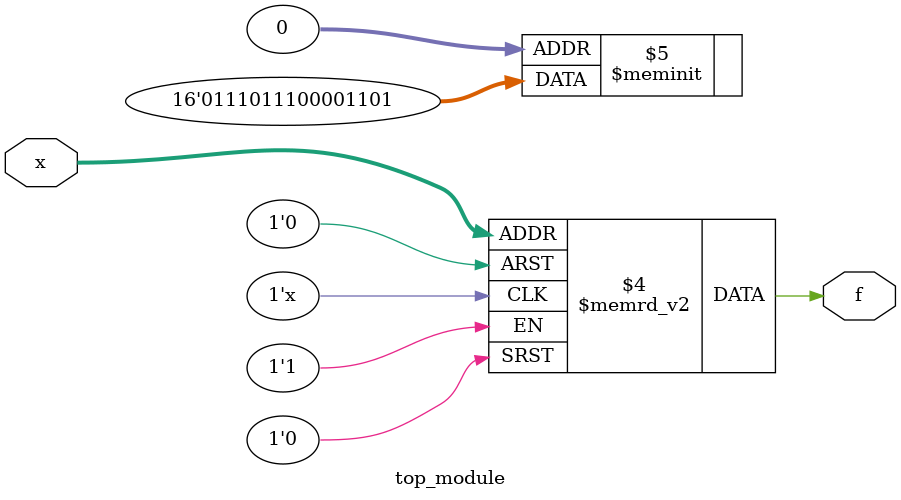
<source format=sv>
module top_module (
    input [4:1] x,
    output logic f
);

    always_comb begin
        case (x)
            4'b0000: f = 1;
            4'b0001: f = 0;
            4'b0011: f = 1;
            4'b0010: f = 1;
            4'b0100: f = 0;
            4'b0101: f = 0;
            4'b0111: f = 0;
            4'b0110: f = 0;
            4'b1000: f = 1;
            4'b1001: f = 1;
            4'b1011: f = 0;
            4'b1010: f = 1;
            4'b1100: f = 1;
            4'b1101: f = 1;
            4'b1111: f = 0;
            4'b1110: f = 1;
            default: f = 0;
        endcase
    end

endmodule

</source>
